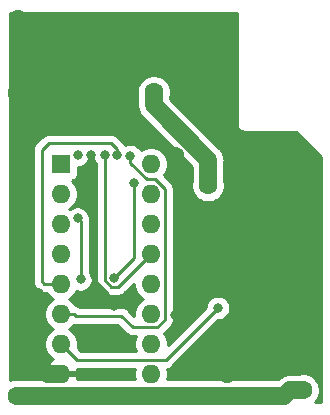
<source format=gbr>
%TF.GenerationSoftware,KiCad,Pcbnew,5.1.5+dfsg1-2build2*%
%TF.CreationDate,2022-09-06T14:28:28-04:00*%
%TF.ProjectId,salt_replacement,73616c74-5f72-4657-906c-6163656d656e,1.1.0*%
%TF.SameCoordinates,Original*%
%TF.FileFunction,Copper,L2,Bot*%
%TF.FilePolarity,Positive*%
%FSLAX46Y46*%
G04 Gerber Fmt 4.6, Leading zero omitted, Abs format (unit mm)*
G04 Created by KiCad (PCBNEW 5.1.5+dfsg1-2build2) date 2022-09-06 14:28:28*
%MOMM*%
%LPD*%
G04 APERTURE LIST*
%TA.AperFunction,ComponentPad*%
%ADD10R,1.600000X1.600000*%
%TD*%
%TA.AperFunction,ComponentPad*%
%ADD11O,1.600000X1.600000*%
%TD*%
%TA.AperFunction,ViaPad*%
%ADD12C,0.800000*%
%TD*%
%TA.AperFunction,ViaPad*%
%ADD13C,1.600000*%
%TD*%
%TA.AperFunction,Conductor*%
%ADD14C,1.500000*%
%TD*%
%TA.AperFunction,Conductor*%
%ADD15C,0.250000*%
%TD*%
%TA.AperFunction,Conductor*%
%ADD16C,0.254000*%
%TD*%
G04 APERTURE END LIST*
D10*
%TO.P,J1,1*%
%TO.N,N/C*%
X111600000Y-111600000D03*
D11*
%TO.P,J1,9*%
%TO.N,Net-(J1-Pad9)*%
X119220000Y-129380000D03*
%TO.P,J1,2*%
%TO.N,N/C*%
X111600000Y-114140000D03*
%TO.P,J1,10*%
%TO.N,Net-(J1-Pad10)*%
X119220000Y-126840000D03*
%TO.P,J1,3*%
%TO.N,+5V*%
X111600000Y-116680000D03*
%TO.P,J1,11*%
%TO.N,/CASSETTE_DATA_IN*%
X119220000Y-124300000D03*
%TO.P,J1,4*%
%TO.N,/SERIAL_IN_TTL*%
X111600000Y-119220000D03*
%TO.P,J1,12*%
%TO.N,/SERIAL_OUT_RS232*%
X119220000Y-121760000D03*
%TO.P,J1,5*%
%TO.N,/CD_IN_TTL*%
X111600000Y-121760000D03*
%TO.P,J1,13*%
%TO.N,/CD_IN_RS232*%
X119220000Y-119220000D03*
%TO.P,J1,6*%
%TO.N,/SERIAL_OUT_TTL*%
X111600000Y-124300000D03*
%TO.P,J1,14*%
%TO.N,/SERIAL_IN_RS232*%
X119220000Y-116680000D03*
%TO.P,J1,7*%
%TO.N,/CASSETTE_DATA_IN_TTL*%
X111600000Y-126840000D03*
%TO.P,J1,15*%
%TO.N,N/C*%
X119220000Y-114140000D03*
%TO.P,J1,8*%
%TO.N,GND*%
X111600000Y-129380000D03*
%TO.P,J1,16*%
%TO.N,VCC*%
X119220000Y-111600000D03*
%TD*%
D12*
%TO.N,+5V*%
X113000040Y-110850000D03*
D13*
X132100000Y-130770000D03*
X107900000Y-131220002D03*
D12*
%TO.N,GND*%
X116100000Y-123650000D03*
X114100000Y-110850000D03*
D13*
X119450000Y-100520000D03*
D12*
X121236650Y-124406650D03*
D13*
X129750000Y-111470000D03*
X121250000Y-110970000D03*
X108500000Y-110670000D03*
X107900000Y-105570000D03*
X107950000Y-99320000D03*
D12*
X119400001Y-103769999D03*
X119400000Y-102170000D03*
D13*
X125650000Y-129400000D03*
D12*
X113700000Y-126320000D03*
X109700000Y-126770000D03*
X109700000Y-122520000D03*
%TO.N,/SERIAL_IN_TTL*%
X117803000Y-113205200D03*
X116126600Y-121244500D03*
%TO.N,/CD_IN_TTL*%
X116350000Y-110875623D03*
%TO.N,/CD_IN_RS232*%
X115295675Y-110856946D03*
%TO.N,/SERIAL_OUT_TTL*%
X117468000Y-110929600D03*
D13*
%TO.N,Net-(D1-Pad1)*%
X119450000Y-105520000D03*
X124050000Y-113420000D03*
D12*
%TO.N,Net-(C8-Pad2)*%
X113262100Y-121385400D03*
X113000000Y-116219998D03*
%TO.N,/CASSETTE_DATA_IN_TTL*%
X124885000Y-123785000D03*
%TD*%
D14*
%TO.N,+5V*%
X132100000Y-130770000D02*
X130968630Y-130770000D01*
X130968630Y-130770000D02*
X130518628Y-131220002D01*
X130518628Y-131220002D02*
X109031370Y-131220002D01*
X109031370Y-131220002D02*
X107900000Y-131220002D01*
D15*
%TO.N,GND*%
X114100000Y-110850000D02*
X114100000Y-121100000D01*
X114100000Y-121100000D02*
X115600000Y-122600000D01*
X115600000Y-123150000D02*
X116100000Y-123650000D01*
X115600000Y-122600000D02*
X115600000Y-123150000D01*
D14*
X108500000Y-127411370D02*
X108500000Y-111801370D01*
X108500000Y-111801370D02*
X108500000Y-110670000D01*
X110468630Y-129380000D02*
X108500000Y-127411370D01*
X111600000Y-129380000D02*
X110468630Y-129380000D01*
D15*
%TO.N,/SERIAL_IN_TTL*%
X117803000Y-119568100D02*
X117803000Y-113205200D01*
X116126600Y-121244500D02*
X117803000Y-119568100D01*
%TO.N,/CD_IN_TTL*%
X110190000Y-121760000D02*
X111600000Y-121760000D01*
X109950000Y-121520000D02*
X110190000Y-121760000D01*
X110550000Y-109820000D02*
X109950000Y-110420000D01*
X115860062Y-109820000D02*
X110550000Y-109820000D01*
X109950000Y-110420000D02*
X109950000Y-121520000D01*
X116350000Y-110309938D02*
X115860062Y-109820000D01*
X116350000Y-110875623D02*
X116350000Y-110309938D01*
%TO.N,/CD_IN_RS232*%
X116410300Y-122029700D02*
X115870300Y-122029700D01*
X119220000Y-119220000D02*
X116410300Y-122029700D01*
X115295675Y-121455075D02*
X115295675Y-110856946D01*
X115870300Y-122029700D02*
X115295675Y-121455075D01*
%TO.N,/SERIAL_OUT_TTL*%
X112725300Y-124300000D02*
X111600000Y-124300000D01*
X112883300Y-124458000D02*
X112725300Y-124300000D01*
X116693002Y-124458000D02*
X112883300Y-124458000D01*
X119760001Y-125425001D02*
X117660003Y-125425001D01*
X120364200Y-124820802D02*
X119760001Y-125425001D01*
X120364200Y-113689300D02*
X120364200Y-124820802D01*
X118850400Y-112870000D02*
X119544900Y-112870000D01*
X117468000Y-111487600D02*
X118850400Y-112870000D01*
X117660003Y-125425001D02*
X116693002Y-124458000D01*
X119544900Y-112870000D02*
X120364200Y-113689300D01*
X117468000Y-110929600D02*
X117468000Y-111487600D01*
D14*
%TO.N,Net-(D1-Pad1)*%
X119450000Y-106651370D02*
X124050000Y-111251370D01*
X119450000Y-105520000D02*
X119450000Y-106651370D01*
X124050000Y-111251370D02*
X124050000Y-113420000D01*
D15*
%TO.N,Net-(C8-Pad2)*%
X113262100Y-116482098D02*
X113000000Y-116219998D01*
X113262100Y-121385400D02*
X113262100Y-116482098D01*
%TO.N,/CASSETTE_DATA_IN_TTL*%
X124900000Y-123770000D02*
X124900000Y-123750000D01*
X120450001Y-128219999D02*
X124885000Y-123785000D01*
X112979999Y-128219999D02*
X120450001Y-128219999D01*
X111600000Y-126840000D02*
X112979999Y-128219999D01*
X124885000Y-123785000D02*
X124900000Y-123770000D01*
%TD*%
D16*
%TO.N,GND*%
G36*
X126490001Y-108187571D02*
G01*
X126486807Y-108220000D01*
X126499550Y-108349383D01*
X126537290Y-108473793D01*
X126598575Y-108588450D01*
X126681052Y-108688948D01*
X126781550Y-108771425D01*
X126896207Y-108832710D01*
X127020617Y-108870450D01*
X127117581Y-108880000D01*
X127150000Y-108883193D01*
X127182419Y-108880000D01*
X131476620Y-108880000D01*
X133590000Y-110993381D01*
X133590001Y-131759522D01*
X133140200Y-131759196D01*
X133214637Y-131684759D01*
X133371680Y-131449727D01*
X133479853Y-131188574D01*
X133535000Y-130911335D01*
X133535000Y-130628665D01*
X133479853Y-130351426D01*
X133371680Y-130090273D01*
X133214637Y-129855241D01*
X133014759Y-129655363D01*
X132779727Y-129498320D01*
X132518574Y-129390147D01*
X132241335Y-129335000D01*
X131958665Y-129335000D01*
X131707301Y-129385000D01*
X131036659Y-129385000D01*
X130968630Y-129378300D01*
X130900601Y-129385000D01*
X130900593Y-129385000D01*
X130720522Y-129402735D01*
X130697122Y-129405040D01*
X130566586Y-129444638D01*
X130436049Y-129484236D01*
X130195442Y-129612843D01*
X129984549Y-129785919D01*
X129944267Y-129835002D01*
X120584764Y-129835002D01*
X120599853Y-129798574D01*
X120655000Y-129521335D01*
X120655000Y-129238665D01*
X120601225Y-128968323D01*
X120742248Y-128925545D01*
X120874277Y-128854973D01*
X120990002Y-128760000D01*
X121013805Y-128730996D01*
X124924802Y-124820000D01*
X124986939Y-124820000D01*
X125186898Y-124780226D01*
X125375256Y-124702205D01*
X125544774Y-124588937D01*
X125688937Y-124444774D01*
X125802205Y-124275256D01*
X125880226Y-124086898D01*
X125920000Y-123886939D01*
X125920000Y-123683061D01*
X125880226Y-123483102D01*
X125802205Y-123294744D01*
X125688937Y-123125226D01*
X125544774Y-122981063D01*
X125375256Y-122867795D01*
X125186898Y-122789774D01*
X124986939Y-122750000D01*
X124783061Y-122750000D01*
X124583102Y-122789774D01*
X124394744Y-122867795D01*
X124225226Y-122981063D01*
X124081063Y-123125226D01*
X123967795Y-123294744D01*
X123889774Y-123483102D01*
X123850000Y-123683061D01*
X123850000Y-123745198D01*
X120655000Y-126940199D01*
X120655000Y-126698665D01*
X120599853Y-126421426D01*
X120491680Y-126160273D01*
X120334637Y-125925241D01*
X120334600Y-125925204D01*
X120875208Y-125384597D01*
X120904201Y-125360803D01*
X120927995Y-125331810D01*
X120927999Y-125331806D01*
X120999173Y-125245079D01*
X120999174Y-125245078D01*
X121069746Y-125113049D01*
X121113203Y-124969788D01*
X121124200Y-124858135D01*
X121124200Y-124858126D01*
X121127876Y-124820803D01*
X121124200Y-124783480D01*
X121124200Y-113726622D01*
X121127876Y-113689299D01*
X121124200Y-113651976D01*
X121124200Y-113651967D01*
X121113203Y-113540314D01*
X121069746Y-113397053D01*
X120999174Y-113265024D01*
X120904201Y-113149299D01*
X120875204Y-113125502D01*
X120299549Y-112549847D01*
X120334637Y-112514759D01*
X120491680Y-112279727D01*
X120599853Y-112018574D01*
X120655000Y-111741335D01*
X120655000Y-111458665D01*
X120599853Y-111181426D01*
X120491680Y-110920273D01*
X120334637Y-110685241D01*
X120134759Y-110485363D01*
X119899727Y-110328320D01*
X119638574Y-110220147D01*
X119361335Y-110165000D01*
X119078665Y-110165000D01*
X118801426Y-110220147D01*
X118540273Y-110328320D01*
X118381782Y-110434220D01*
X118271937Y-110269826D01*
X118127774Y-110125663D01*
X117958256Y-110012395D01*
X117769898Y-109934374D01*
X117569939Y-109894600D01*
X117366061Y-109894600D01*
X117166102Y-109934374D01*
X117039125Y-109986970D01*
X117027706Y-109965606D01*
X116984974Y-109885661D01*
X116948011Y-109840623D01*
X116890001Y-109769937D01*
X116860997Y-109746134D01*
X116423866Y-109309003D01*
X116400063Y-109279999D01*
X116284338Y-109185026D01*
X116152309Y-109114454D01*
X116009048Y-109070997D01*
X115897395Y-109060000D01*
X115897384Y-109060000D01*
X115860062Y-109056324D01*
X115822740Y-109060000D01*
X110587322Y-109060000D01*
X110549999Y-109056324D01*
X110512676Y-109060000D01*
X110512667Y-109060000D01*
X110401014Y-109070997D01*
X110257753Y-109114454D01*
X110125723Y-109185026D01*
X110042083Y-109253668D01*
X110009999Y-109279999D01*
X109986200Y-109308998D01*
X109439002Y-109856197D01*
X109409999Y-109879999D01*
X109354871Y-109947174D01*
X109315026Y-109995724D01*
X109275565Y-110069550D01*
X109244454Y-110127754D01*
X109200997Y-110271015D01*
X109190000Y-110382668D01*
X109190000Y-110382678D01*
X109186324Y-110420000D01*
X109190000Y-110457322D01*
X109190001Y-121482668D01*
X109186324Y-121520000D01*
X109200998Y-121668985D01*
X109244454Y-121812246D01*
X109315026Y-121944276D01*
X109386201Y-122031002D01*
X109410000Y-122060001D01*
X109438998Y-122083799D01*
X109626196Y-122270997D01*
X109649999Y-122300001D01*
X109765724Y-122394974D01*
X109897753Y-122465546D01*
X110041014Y-122509003D01*
X110152667Y-122520000D01*
X110152676Y-122520000D01*
X110189999Y-122523676D01*
X110227322Y-122520000D01*
X110381957Y-122520000D01*
X110485363Y-122674759D01*
X110685241Y-122874637D01*
X110917759Y-123030000D01*
X110685241Y-123185363D01*
X110485363Y-123385241D01*
X110328320Y-123620273D01*
X110220147Y-123881426D01*
X110165000Y-124158665D01*
X110165000Y-124441335D01*
X110220147Y-124718574D01*
X110328320Y-124979727D01*
X110485363Y-125214759D01*
X110685241Y-125414637D01*
X110917759Y-125570000D01*
X110685241Y-125725363D01*
X110485363Y-125925241D01*
X110328320Y-126160273D01*
X110220147Y-126421426D01*
X110165000Y-126698665D01*
X110165000Y-126981335D01*
X110220147Y-127258574D01*
X110328320Y-127519727D01*
X110485363Y-127754759D01*
X110685241Y-127954637D01*
X110920273Y-128111680D01*
X110930865Y-128116067D01*
X110744869Y-128227615D01*
X110536481Y-128416586D01*
X110368963Y-128642580D01*
X110248754Y-128896913D01*
X110208096Y-129030961D01*
X110330085Y-129253000D01*
X111473000Y-129253000D01*
X111473000Y-129233000D01*
X111727000Y-129233000D01*
X111727000Y-129253000D01*
X112869915Y-129253000D01*
X112991904Y-129030961D01*
X112977487Y-128983428D01*
X112979998Y-128983675D01*
X113017321Y-128979999D01*
X117836453Y-128979999D01*
X117785000Y-129238665D01*
X117785000Y-129521335D01*
X117840147Y-129798574D01*
X117855236Y-129835002D01*
X112959764Y-129835002D01*
X112991904Y-129729039D01*
X112869915Y-129507000D01*
X111727000Y-129507000D01*
X111727000Y-129527000D01*
X111473000Y-129527000D01*
X111473000Y-129507000D01*
X110330085Y-129507000D01*
X110208096Y-129729039D01*
X110240236Y-129835002D01*
X108292699Y-129835002D01*
X108041335Y-129785002D01*
X107758665Y-129785002D01*
X107481426Y-129840149D01*
X107310000Y-129911156D01*
X107310000Y-105378665D01*
X118015000Y-105378665D01*
X118015000Y-105661335D01*
X118065000Y-105912699D01*
X118065000Y-106583341D01*
X118058300Y-106651370D01*
X118065000Y-106719399D01*
X118065000Y-106719407D01*
X118085040Y-106922877D01*
X118164236Y-107183951D01*
X118292844Y-107424558D01*
X118422548Y-107582603D01*
X118422551Y-107582606D01*
X118465920Y-107635451D01*
X118518764Y-107678819D01*
X122665000Y-111825056D01*
X122665001Y-113027297D01*
X122615000Y-113278665D01*
X122615000Y-113561335D01*
X122670147Y-113838574D01*
X122778320Y-114099727D01*
X122935363Y-114334759D01*
X123135241Y-114534637D01*
X123370273Y-114691680D01*
X123631426Y-114799853D01*
X123908665Y-114855000D01*
X124191335Y-114855000D01*
X124468574Y-114799853D01*
X124729727Y-114691680D01*
X124964759Y-114534637D01*
X125164637Y-114334759D01*
X125321680Y-114099727D01*
X125429853Y-113838574D01*
X125485000Y-113561335D01*
X125485000Y-113278665D01*
X125435000Y-113027301D01*
X125435000Y-111319396D01*
X125441700Y-111251369D01*
X125435000Y-111183342D01*
X125435000Y-111183333D01*
X125414960Y-110979863D01*
X125335764Y-110718789D01*
X125207157Y-110478182D01*
X125159408Y-110420000D01*
X125077452Y-110320136D01*
X125077445Y-110320129D01*
X125034080Y-110267289D01*
X124981241Y-110223925D01*
X120835000Y-106077685D01*
X120835000Y-105912699D01*
X120885000Y-105661335D01*
X120885000Y-105378665D01*
X120829853Y-105101426D01*
X120721680Y-104840273D01*
X120564637Y-104605241D01*
X120364759Y-104405363D01*
X120129727Y-104248320D01*
X119868574Y-104140147D01*
X119591335Y-104085000D01*
X119308665Y-104085000D01*
X119031426Y-104140147D01*
X118770273Y-104248320D01*
X118535241Y-104405363D01*
X118335363Y-104605241D01*
X118178320Y-104840273D01*
X118070147Y-105101426D01*
X118015000Y-105378665D01*
X107310000Y-105378665D01*
X107310000Y-98780000D01*
X126490000Y-98780000D01*
X126490001Y-108187571D01*
G37*
X126490001Y-108187571D02*
X126486807Y-108220000D01*
X126499550Y-108349383D01*
X126537290Y-108473793D01*
X126598575Y-108588450D01*
X126681052Y-108688948D01*
X126781550Y-108771425D01*
X126896207Y-108832710D01*
X127020617Y-108870450D01*
X127117581Y-108880000D01*
X127150000Y-108883193D01*
X127182419Y-108880000D01*
X131476620Y-108880000D01*
X133590000Y-110993381D01*
X133590001Y-131759522D01*
X133140200Y-131759196D01*
X133214637Y-131684759D01*
X133371680Y-131449727D01*
X133479853Y-131188574D01*
X133535000Y-130911335D01*
X133535000Y-130628665D01*
X133479853Y-130351426D01*
X133371680Y-130090273D01*
X133214637Y-129855241D01*
X133014759Y-129655363D01*
X132779727Y-129498320D01*
X132518574Y-129390147D01*
X132241335Y-129335000D01*
X131958665Y-129335000D01*
X131707301Y-129385000D01*
X131036659Y-129385000D01*
X130968630Y-129378300D01*
X130900601Y-129385000D01*
X130900593Y-129385000D01*
X130720522Y-129402735D01*
X130697122Y-129405040D01*
X130566586Y-129444638D01*
X130436049Y-129484236D01*
X130195442Y-129612843D01*
X129984549Y-129785919D01*
X129944267Y-129835002D01*
X120584764Y-129835002D01*
X120599853Y-129798574D01*
X120655000Y-129521335D01*
X120655000Y-129238665D01*
X120601225Y-128968323D01*
X120742248Y-128925545D01*
X120874277Y-128854973D01*
X120990002Y-128760000D01*
X121013805Y-128730996D01*
X124924802Y-124820000D01*
X124986939Y-124820000D01*
X125186898Y-124780226D01*
X125375256Y-124702205D01*
X125544774Y-124588937D01*
X125688937Y-124444774D01*
X125802205Y-124275256D01*
X125880226Y-124086898D01*
X125920000Y-123886939D01*
X125920000Y-123683061D01*
X125880226Y-123483102D01*
X125802205Y-123294744D01*
X125688937Y-123125226D01*
X125544774Y-122981063D01*
X125375256Y-122867795D01*
X125186898Y-122789774D01*
X124986939Y-122750000D01*
X124783061Y-122750000D01*
X124583102Y-122789774D01*
X124394744Y-122867795D01*
X124225226Y-122981063D01*
X124081063Y-123125226D01*
X123967795Y-123294744D01*
X123889774Y-123483102D01*
X123850000Y-123683061D01*
X123850000Y-123745198D01*
X120655000Y-126940199D01*
X120655000Y-126698665D01*
X120599853Y-126421426D01*
X120491680Y-126160273D01*
X120334637Y-125925241D01*
X120334600Y-125925204D01*
X120875208Y-125384597D01*
X120904201Y-125360803D01*
X120927995Y-125331810D01*
X120927999Y-125331806D01*
X120999173Y-125245079D01*
X120999174Y-125245078D01*
X121069746Y-125113049D01*
X121113203Y-124969788D01*
X121124200Y-124858135D01*
X121124200Y-124858126D01*
X121127876Y-124820803D01*
X121124200Y-124783480D01*
X121124200Y-113726622D01*
X121127876Y-113689299D01*
X121124200Y-113651976D01*
X121124200Y-113651967D01*
X121113203Y-113540314D01*
X121069746Y-113397053D01*
X120999174Y-113265024D01*
X120904201Y-113149299D01*
X120875204Y-113125502D01*
X120299549Y-112549847D01*
X120334637Y-112514759D01*
X120491680Y-112279727D01*
X120599853Y-112018574D01*
X120655000Y-111741335D01*
X120655000Y-111458665D01*
X120599853Y-111181426D01*
X120491680Y-110920273D01*
X120334637Y-110685241D01*
X120134759Y-110485363D01*
X119899727Y-110328320D01*
X119638574Y-110220147D01*
X119361335Y-110165000D01*
X119078665Y-110165000D01*
X118801426Y-110220147D01*
X118540273Y-110328320D01*
X118381782Y-110434220D01*
X118271937Y-110269826D01*
X118127774Y-110125663D01*
X117958256Y-110012395D01*
X117769898Y-109934374D01*
X117569939Y-109894600D01*
X117366061Y-109894600D01*
X117166102Y-109934374D01*
X117039125Y-109986970D01*
X117027706Y-109965606D01*
X116984974Y-109885661D01*
X116948011Y-109840623D01*
X116890001Y-109769937D01*
X116860997Y-109746134D01*
X116423866Y-109309003D01*
X116400063Y-109279999D01*
X116284338Y-109185026D01*
X116152309Y-109114454D01*
X116009048Y-109070997D01*
X115897395Y-109060000D01*
X115897384Y-109060000D01*
X115860062Y-109056324D01*
X115822740Y-109060000D01*
X110587322Y-109060000D01*
X110549999Y-109056324D01*
X110512676Y-109060000D01*
X110512667Y-109060000D01*
X110401014Y-109070997D01*
X110257753Y-109114454D01*
X110125723Y-109185026D01*
X110042083Y-109253668D01*
X110009999Y-109279999D01*
X109986200Y-109308998D01*
X109439002Y-109856197D01*
X109409999Y-109879999D01*
X109354871Y-109947174D01*
X109315026Y-109995724D01*
X109275565Y-110069550D01*
X109244454Y-110127754D01*
X109200997Y-110271015D01*
X109190000Y-110382668D01*
X109190000Y-110382678D01*
X109186324Y-110420000D01*
X109190000Y-110457322D01*
X109190001Y-121482668D01*
X109186324Y-121520000D01*
X109200998Y-121668985D01*
X109244454Y-121812246D01*
X109315026Y-121944276D01*
X109386201Y-122031002D01*
X109410000Y-122060001D01*
X109438998Y-122083799D01*
X109626196Y-122270997D01*
X109649999Y-122300001D01*
X109765724Y-122394974D01*
X109897753Y-122465546D01*
X110041014Y-122509003D01*
X110152667Y-122520000D01*
X110152676Y-122520000D01*
X110189999Y-122523676D01*
X110227322Y-122520000D01*
X110381957Y-122520000D01*
X110485363Y-122674759D01*
X110685241Y-122874637D01*
X110917759Y-123030000D01*
X110685241Y-123185363D01*
X110485363Y-123385241D01*
X110328320Y-123620273D01*
X110220147Y-123881426D01*
X110165000Y-124158665D01*
X110165000Y-124441335D01*
X110220147Y-124718574D01*
X110328320Y-124979727D01*
X110485363Y-125214759D01*
X110685241Y-125414637D01*
X110917759Y-125570000D01*
X110685241Y-125725363D01*
X110485363Y-125925241D01*
X110328320Y-126160273D01*
X110220147Y-126421426D01*
X110165000Y-126698665D01*
X110165000Y-126981335D01*
X110220147Y-127258574D01*
X110328320Y-127519727D01*
X110485363Y-127754759D01*
X110685241Y-127954637D01*
X110920273Y-128111680D01*
X110930865Y-128116067D01*
X110744869Y-128227615D01*
X110536481Y-128416586D01*
X110368963Y-128642580D01*
X110248754Y-128896913D01*
X110208096Y-129030961D01*
X110330085Y-129253000D01*
X111473000Y-129253000D01*
X111473000Y-129233000D01*
X111727000Y-129233000D01*
X111727000Y-129253000D01*
X112869915Y-129253000D01*
X112991904Y-129030961D01*
X112977487Y-128983428D01*
X112979998Y-128983675D01*
X113017321Y-128979999D01*
X117836453Y-128979999D01*
X117785000Y-129238665D01*
X117785000Y-129521335D01*
X117840147Y-129798574D01*
X117855236Y-129835002D01*
X112959764Y-129835002D01*
X112991904Y-129729039D01*
X112869915Y-129507000D01*
X111727000Y-129507000D01*
X111727000Y-129527000D01*
X111473000Y-129527000D01*
X111473000Y-129507000D01*
X110330085Y-129507000D01*
X110208096Y-129729039D01*
X110240236Y-129835002D01*
X108292699Y-129835002D01*
X108041335Y-129785002D01*
X107758665Y-129785002D01*
X107481426Y-129840149D01*
X107310000Y-129911156D01*
X107310000Y-105378665D01*
X118015000Y-105378665D01*
X118015000Y-105661335D01*
X118065000Y-105912699D01*
X118065000Y-106583341D01*
X118058300Y-106651370D01*
X118065000Y-106719399D01*
X118065000Y-106719407D01*
X118085040Y-106922877D01*
X118164236Y-107183951D01*
X118292844Y-107424558D01*
X118422548Y-107582603D01*
X118422551Y-107582606D01*
X118465920Y-107635451D01*
X118518764Y-107678819D01*
X122665000Y-111825056D01*
X122665001Y-113027297D01*
X122615000Y-113278665D01*
X122615000Y-113561335D01*
X122670147Y-113838574D01*
X122778320Y-114099727D01*
X122935363Y-114334759D01*
X123135241Y-114534637D01*
X123370273Y-114691680D01*
X123631426Y-114799853D01*
X123908665Y-114855000D01*
X124191335Y-114855000D01*
X124468574Y-114799853D01*
X124729727Y-114691680D01*
X124964759Y-114534637D01*
X125164637Y-114334759D01*
X125321680Y-114099727D01*
X125429853Y-113838574D01*
X125485000Y-113561335D01*
X125485000Y-113278665D01*
X125435000Y-113027301D01*
X125435000Y-111319396D01*
X125441700Y-111251369D01*
X125435000Y-111183342D01*
X125435000Y-111183333D01*
X125414960Y-110979863D01*
X125335764Y-110718789D01*
X125207157Y-110478182D01*
X125159408Y-110420000D01*
X125077452Y-110320136D01*
X125077445Y-110320129D01*
X125034080Y-110267289D01*
X124981241Y-110223925D01*
X120835000Y-106077685D01*
X120835000Y-105912699D01*
X120885000Y-105661335D01*
X120885000Y-105378665D01*
X120829853Y-105101426D01*
X120721680Y-104840273D01*
X120564637Y-104605241D01*
X120364759Y-104405363D01*
X120129727Y-104248320D01*
X119868574Y-104140147D01*
X119591335Y-104085000D01*
X119308665Y-104085000D01*
X119031426Y-104140147D01*
X118770273Y-104248320D01*
X118535241Y-104405363D01*
X118335363Y-104605241D01*
X118178320Y-104840273D01*
X118070147Y-105101426D01*
X118015000Y-105378665D01*
X107310000Y-105378665D01*
X107310000Y-98780000D01*
X126490000Y-98780000D01*
X126490001Y-108187571D01*
G36*
X112734314Y-125207003D02*
G01*
X112845967Y-125218000D01*
X112845975Y-125218000D01*
X112883300Y-125221676D01*
X112920625Y-125218000D01*
X116378201Y-125218000D01*
X117096204Y-125936004D01*
X117120002Y-125965002D01*
X117149000Y-125988800D01*
X117235726Y-126059975D01*
X117266313Y-126076324D01*
X117367756Y-126130547D01*
X117511017Y-126174004D01*
X117622670Y-126185001D01*
X117622680Y-126185001D01*
X117660003Y-126188677D01*
X117697326Y-126185001D01*
X117938077Y-126185001D01*
X117840147Y-126421426D01*
X117785000Y-126698665D01*
X117785000Y-126981335D01*
X117840147Y-127258574D01*
X117923580Y-127459999D01*
X113294801Y-127459999D01*
X112998688Y-127163886D01*
X113035000Y-126981335D01*
X113035000Y-126698665D01*
X112979853Y-126421426D01*
X112871680Y-126160273D01*
X112714637Y-125925241D01*
X112514759Y-125725363D01*
X112282241Y-125570000D01*
X112514759Y-125414637D01*
X112714637Y-125214759D01*
X112722262Y-125203347D01*
X112734314Y-125207003D01*
G37*
X112734314Y-125207003D02*
X112845967Y-125218000D01*
X112845975Y-125218000D01*
X112883300Y-125221676D01*
X112920625Y-125218000D01*
X116378201Y-125218000D01*
X117096204Y-125936004D01*
X117120002Y-125965002D01*
X117149000Y-125988800D01*
X117235726Y-126059975D01*
X117266313Y-126076324D01*
X117367756Y-126130547D01*
X117511017Y-126174004D01*
X117622670Y-126185001D01*
X117622680Y-126185001D01*
X117660003Y-126188677D01*
X117697326Y-126185001D01*
X117938077Y-126185001D01*
X117840147Y-126421426D01*
X117785000Y-126698665D01*
X117785000Y-126981335D01*
X117840147Y-127258574D01*
X117923580Y-127459999D01*
X113294801Y-127459999D01*
X112998688Y-127163886D01*
X113035000Y-126981335D01*
X113035000Y-126698665D01*
X112979853Y-126421426D01*
X112871680Y-126160273D01*
X112714637Y-125925241D01*
X112514759Y-125725363D01*
X112282241Y-125570000D01*
X112514759Y-125414637D01*
X112714637Y-125214759D01*
X112722262Y-125203347D01*
X112734314Y-125207003D01*
G36*
X114260675Y-110755007D02*
G01*
X114260675Y-110958885D01*
X114300449Y-111158844D01*
X114378470Y-111347202D01*
X114491738Y-111516720D01*
X114535676Y-111560658D01*
X114535675Y-121417753D01*
X114531999Y-121455075D01*
X114535675Y-121492397D01*
X114535675Y-121492407D01*
X114546672Y-121604060D01*
X114566367Y-121668986D01*
X114590129Y-121747321D01*
X114660701Y-121879351D01*
X114685022Y-121908986D01*
X114755674Y-121995076D01*
X114784677Y-122018878D01*
X115306505Y-122540707D01*
X115330299Y-122569701D01*
X115359292Y-122593495D01*
X115359296Y-122593499D01*
X115429985Y-122651511D01*
X115446024Y-122664674D01*
X115578053Y-122735246D01*
X115721314Y-122778703D01*
X115832967Y-122789700D01*
X115832976Y-122789700D01*
X115870299Y-122793376D01*
X115907622Y-122789700D01*
X116372978Y-122789700D01*
X116410300Y-122793376D01*
X116447622Y-122789700D01*
X116447633Y-122789700D01*
X116559286Y-122778703D01*
X116702547Y-122735246D01*
X116834576Y-122664674D01*
X116950301Y-122569701D01*
X116974104Y-122540697D01*
X117785000Y-121729801D01*
X117785000Y-121901335D01*
X117840147Y-122178574D01*
X117948320Y-122439727D01*
X118105363Y-122674759D01*
X118305241Y-122874637D01*
X118537759Y-123030000D01*
X118305241Y-123185363D01*
X118105363Y-123385241D01*
X117948320Y-123620273D01*
X117840147Y-123881426D01*
X117785000Y-124158665D01*
X117785000Y-124441335D01*
X117793408Y-124483604D01*
X117256806Y-123947002D01*
X117233003Y-123917999D01*
X117117278Y-123823026D01*
X116985249Y-123752454D01*
X116841988Y-123708997D01*
X116730335Y-123698000D01*
X116730324Y-123698000D01*
X116693002Y-123694324D01*
X116655680Y-123698000D01*
X113189755Y-123698000D01*
X113149576Y-123665026D01*
X113017547Y-123594454D01*
X112874286Y-123550997D01*
X112821947Y-123545842D01*
X112714637Y-123385241D01*
X112514759Y-123185363D01*
X112282241Y-123030000D01*
X112514759Y-122874637D01*
X112714637Y-122674759D01*
X112871680Y-122439727D01*
X112905539Y-122357984D01*
X112960202Y-122380626D01*
X113160161Y-122420400D01*
X113364039Y-122420400D01*
X113563998Y-122380626D01*
X113752356Y-122302605D01*
X113921874Y-122189337D01*
X114066037Y-122045174D01*
X114179305Y-121875656D01*
X114257326Y-121687298D01*
X114297100Y-121487339D01*
X114297100Y-121283461D01*
X114257326Y-121083502D01*
X114179305Y-120895144D01*
X114066037Y-120725626D01*
X114022100Y-120681689D01*
X114022100Y-116519420D01*
X114025776Y-116482097D01*
X114022100Y-116444774D01*
X114022100Y-116444765D01*
X114018281Y-116405990D01*
X114035000Y-116321937D01*
X114035000Y-116118059D01*
X113995226Y-115918100D01*
X113917205Y-115729742D01*
X113803937Y-115560224D01*
X113659774Y-115416061D01*
X113490256Y-115302793D01*
X113301898Y-115224772D01*
X113101939Y-115184998D01*
X112898061Y-115184998D01*
X112698102Y-115224772D01*
X112509744Y-115302793D01*
X112340226Y-115416061D01*
X112320634Y-115435653D01*
X112282241Y-115410000D01*
X112514759Y-115254637D01*
X112714637Y-115054759D01*
X112871680Y-114819727D01*
X112979853Y-114558574D01*
X113035000Y-114281335D01*
X113035000Y-113998665D01*
X112979853Y-113721426D01*
X112871680Y-113460273D01*
X112714637Y-113225241D01*
X112516039Y-113026643D01*
X112524482Y-113025812D01*
X112644180Y-112989502D01*
X112754494Y-112930537D01*
X112851185Y-112851185D01*
X112930537Y-112754494D01*
X112989502Y-112644180D01*
X113025812Y-112524482D01*
X113038072Y-112400000D01*
X113038072Y-111885000D01*
X113101979Y-111885000D01*
X113301938Y-111845226D01*
X113490296Y-111767205D01*
X113659814Y-111653937D01*
X113803977Y-111509774D01*
X113917245Y-111340256D01*
X113995266Y-111151898D01*
X114035040Y-110951939D01*
X114035040Y-110748061D01*
X114001611Y-110580000D01*
X114295486Y-110580000D01*
X114260675Y-110755007D01*
G37*
X114260675Y-110755007D02*
X114260675Y-110958885D01*
X114300449Y-111158844D01*
X114378470Y-111347202D01*
X114491738Y-111516720D01*
X114535676Y-111560658D01*
X114535675Y-121417753D01*
X114531999Y-121455075D01*
X114535675Y-121492397D01*
X114535675Y-121492407D01*
X114546672Y-121604060D01*
X114566367Y-121668986D01*
X114590129Y-121747321D01*
X114660701Y-121879351D01*
X114685022Y-121908986D01*
X114755674Y-121995076D01*
X114784677Y-122018878D01*
X115306505Y-122540707D01*
X115330299Y-122569701D01*
X115359292Y-122593495D01*
X115359296Y-122593499D01*
X115429985Y-122651511D01*
X115446024Y-122664674D01*
X115578053Y-122735246D01*
X115721314Y-122778703D01*
X115832967Y-122789700D01*
X115832976Y-122789700D01*
X115870299Y-122793376D01*
X115907622Y-122789700D01*
X116372978Y-122789700D01*
X116410300Y-122793376D01*
X116447622Y-122789700D01*
X116447633Y-122789700D01*
X116559286Y-122778703D01*
X116702547Y-122735246D01*
X116834576Y-122664674D01*
X116950301Y-122569701D01*
X116974104Y-122540697D01*
X117785000Y-121729801D01*
X117785000Y-121901335D01*
X117840147Y-122178574D01*
X117948320Y-122439727D01*
X118105363Y-122674759D01*
X118305241Y-122874637D01*
X118537759Y-123030000D01*
X118305241Y-123185363D01*
X118105363Y-123385241D01*
X117948320Y-123620273D01*
X117840147Y-123881426D01*
X117785000Y-124158665D01*
X117785000Y-124441335D01*
X117793408Y-124483604D01*
X117256806Y-123947002D01*
X117233003Y-123917999D01*
X117117278Y-123823026D01*
X116985249Y-123752454D01*
X116841988Y-123708997D01*
X116730335Y-123698000D01*
X116730324Y-123698000D01*
X116693002Y-123694324D01*
X116655680Y-123698000D01*
X113189755Y-123698000D01*
X113149576Y-123665026D01*
X113017547Y-123594454D01*
X112874286Y-123550997D01*
X112821947Y-123545842D01*
X112714637Y-123385241D01*
X112514759Y-123185363D01*
X112282241Y-123030000D01*
X112514759Y-122874637D01*
X112714637Y-122674759D01*
X112871680Y-122439727D01*
X112905539Y-122357984D01*
X112960202Y-122380626D01*
X113160161Y-122420400D01*
X113364039Y-122420400D01*
X113563998Y-122380626D01*
X113752356Y-122302605D01*
X113921874Y-122189337D01*
X114066037Y-122045174D01*
X114179305Y-121875656D01*
X114257326Y-121687298D01*
X114297100Y-121487339D01*
X114297100Y-121283461D01*
X114257326Y-121083502D01*
X114179305Y-120895144D01*
X114066037Y-120725626D01*
X114022100Y-120681689D01*
X114022100Y-116519420D01*
X114025776Y-116482097D01*
X114022100Y-116444774D01*
X114022100Y-116444765D01*
X114018281Y-116405990D01*
X114035000Y-116321937D01*
X114035000Y-116118059D01*
X113995226Y-115918100D01*
X113917205Y-115729742D01*
X113803937Y-115560224D01*
X113659774Y-115416061D01*
X113490256Y-115302793D01*
X113301898Y-115224772D01*
X113101939Y-115184998D01*
X112898061Y-115184998D01*
X112698102Y-115224772D01*
X112509744Y-115302793D01*
X112340226Y-115416061D01*
X112320634Y-115435653D01*
X112282241Y-115410000D01*
X112514759Y-115254637D01*
X112714637Y-115054759D01*
X112871680Y-114819727D01*
X112979853Y-114558574D01*
X113035000Y-114281335D01*
X113035000Y-113998665D01*
X112979853Y-113721426D01*
X112871680Y-113460273D01*
X112714637Y-113225241D01*
X112516039Y-113026643D01*
X112524482Y-113025812D01*
X112644180Y-112989502D01*
X112754494Y-112930537D01*
X112851185Y-112851185D01*
X112930537Y-112754494D01*
X112989502Y-112644180D01*
X113025812Y-112524482D01*
X113038072Y-112400000D01*
X113038072Y-111885000D01*
X113101979Y-111885000D01*
X113301938Y-111845226D01*
X113490296Y-111767205D01*
X113659814Y-111653937D01*
X113803977Y-111509774D01*
X113917245Y-111340256D01*
X113995266Y-111151898D01*
X114035040Y-110951939D01*
X114035040Y-110748061D01*
X114001611Y-110580000D01*
X114295486Y-110580000D01*
X114260675Y-110755007D01*
%TD*%
M02*

</source>
